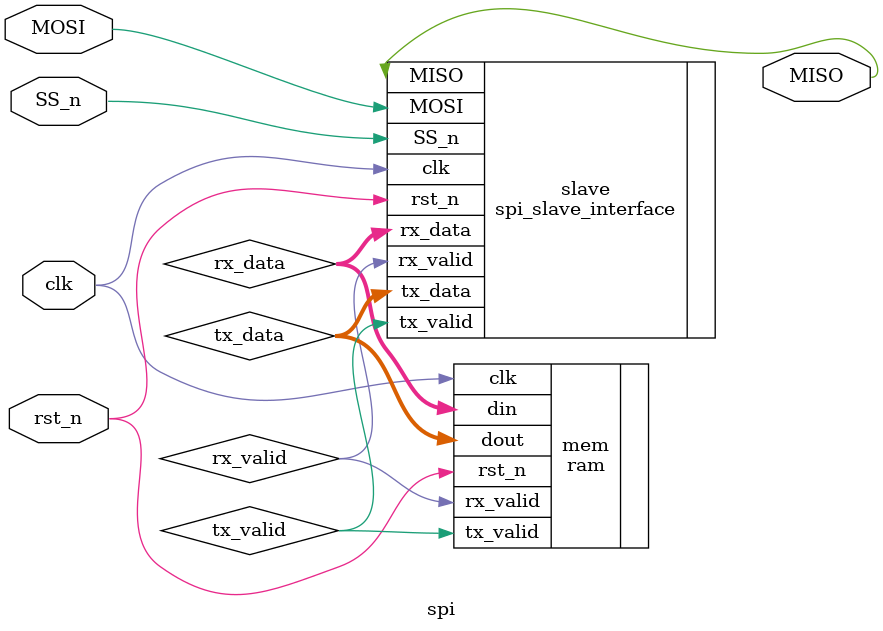
<source format=v>
module spi(MOSI, SS_n, clk, rst_n, MISO);
	input MOSI, SS_n, clk, rst_n;
	output MISO;

	wire [9:0] rx_data;
	wire rx_valid, tx_valid;
	wire [7:0] tx_data;

	spi_slave_interface slave(.MOSI(MOSI), .SS_n(SS_n), .tx_data(tx_data), .tx_valid(tx_valid), .clk(clk), .rst_n(rst_n), .MISO(MISO), .rx_data(rx_data), .rx_valid(rx_valid));
	ram mem(.din(rx_data), .rx_valid(rx_valid), .clk(clk), .rst_n(rst_n), .dout(tx_data), .tx_valid(tx_valid));
endmodule
</source>
